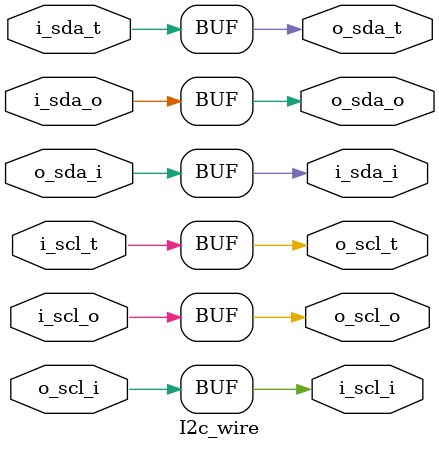
<source format=v>
module I2c_wire (
		output i_scl_i,
        input i_scl_o,
        input i_scl_t,

        output i_sda_i,
        input i_sda_o,
        input i_sda_t,

        input o_scl_i,
        output o_scl_o,
        output o_scl_t,

        input o_sda_i,
        output o_sda_o,
        output o_sda_t
    );

    assign i_scl_i = o_scl_i;
    assign i_sda_i = o_sda_i;
    assign o_scl_o = i_scl_o;
    assign o_scl_t = i_scl_t;
    assign o_sda_o = i_sda_o;
    assign o_sda_t = i_sda_t;
endmodule
</source>
